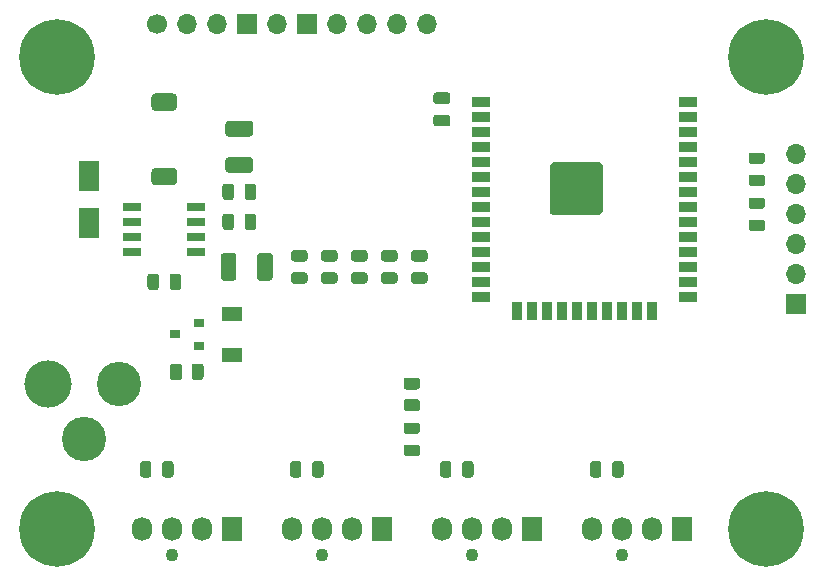
<source format=gbr>
%TF.GenerationSoftware,KiCad,Pcbnew,(5.1.9)-1*%
%TF.CreationDate,2021-11-10T22:47:00+01:00*%
%TF.ProjectId,ESP32_Tasmota_Fan,45535033-325f-4546-9173-6d6f74615f46,rev?*%
%TF.SameCoordinates,Original*%
%TF.FileFunction,Soldermask,Top*%
%TF.FilePolarity,Negative*%
%FSLAX46Y46*%
G04 Gerber Fmt 4.6, Leading zero omitted, Abs format (unit mm)*
G04 Created by KiCad (PCBNEW (5.1.9)-1) date 2021-11-10 22:47:00*
%MOMM*%
%LPD*%
G01*
G04 APERTURE LIST*
%ADD10C,0.100000*%
%ADD11R,1.050000X1.050000*%
%ADD12R,1.500000X0.900000*%
%ADD13R,0.900000X1.500000*%
%ADD14R,0.900000X0.800000*%
%ADD15R,1.700000X1.300000*%
%ADD16O,1.700000X1.700000*%
%ADD17R,1.700000X1.700000*%
%ADD18C,1.700000*%
%ADD19R,1.550000X0.700000*%
%ADD20R,1.800000X2.500000*%
%ADD21C,1.100000*%
%ADD22O,1.730000X2.030000*%
%ADD23R,1.730000X2.030000*%
%ADD24C,0.800000*%
%ADD25C,6.400000*%
%ADD26C,3.750000*%
%ADD27C,4.000000*%
G04 APERTURE END LIST*
D10*
G36*
X135509000Y-113064000D02*
G01*
X135509000Y-117001000D01*
X135255000Y-117255000D01*
X131318000Y-117255000D01*
X131064000Y-117128000D01*
X131064000Y-113064000D01*
X131318000Y-112810000D01*
X135255000Y-112810000D01*
X135509000Y-113064000D01*
G37*
X135509000Y-113064000D02*
X135509000Y-117001000D01*
X135255000Y-117255000D01*
X131318000Y-117255000D01*
X131064000Y-117128000D01*
X131064000Y-113064000D01*
X131318000Y-112810000D01*
X135255000Y-112810000D01*
X135509000Y-113064000D01*
D11*
%TO.C,U1*%
X131780000Y-113520000D03*
X133305000Y-113520000D03*
X134830000Y-113520000D03*
X134830000Y-116570000D03*
X133305000Y-116570000D03*
X131780000Y-116570000D03*
X131780000Y-115045000D03*
X134830000Y-115045000D03*
X133305000Y-115045000D03*
D12*
X142735000Y-107705000D03*
X142735000Y-108975000D03*
X142735000Y-110245000D03*
X142735000Y-111515000D03*
X142735000Y-112785000D03*
X142735000Y-114055000D03*
X142735000Y-115325000D03*
X142735000Y-116595000D03*
X142735000Y-117865000D03*
X142735000Y-119135000D03*
X142735000Y-120405000D03*
X142735000Y-121675000D03*
X142735000Y-122945000D03*
X142735000Y-124215000D03*
D13*
X139695000Y-125465000D03*
X138425000Y-125465000D03*
X137155000Y-125465000D03*
X135885000Y-125465000D03*
X134615000Y-125465000D03*
X133345000Y-125465000D03*
X132075000Y-125465000D03*
X130805000Y-125465000D03*
X129535000Y-125465000D03*
X128265000Y-125465000D03*
D12*
X125235000Y-107705000D03*
X125235000Y-108975000D03*
X125235000Y-110245000D03*
X125235000Y-111515000D03*
X125235000Y-112785000D03*
X125235000Y-114055000D03*
X125235000Y-115325000D03*
X125235000Y-116595000D03*
X125235000Y-117865000D03*
X125235000Y-119135000D03*
X125235000Y-120405000D03*
X125235000Y-121675000D03*
X125235000Y-122945000D03*
X125235000Y-124215000D03*
%TD*%
%TO.C,L1*%
G36*
G01*
X99150000Y-108505000D02*
X97700000Y-108505000D01*
G75*
G02*
X97325000Y-108130000I0J375000D01*
G01*
X97325000Y-107380000D01*
G75*
G02*
X97700000Y-107005000I375000J0D01*
G01*
X99150000Y-107005000D01*
G75*
G02*
X99525000Y-107380000I0J-375000D01*
G01*
X99525000Y-108130000D01*
G75*
G02*
X99150000Y-108505000I-375000J0D01*
G01*
G37*
G36*
G01*
X99150000Y-114805000D02*
X97700000Y-114805000D01*
G75*
G02*
X97325000Y-114430000I0J375000D01*
G01*
X97325000Y-113680000D01*
G75*
G02*
X97700000Y-113305000I375000J0D01*
G01*
X99150000Y-113305000D01*
G75*
G02*
X99525000Y-113680000I0J-375000D01*
G01*
X99525000Y-114430000D01*
G75*
G02*
X99150000Y-114805000I-375000J0D01*
G01*
G37*
%TD*%
%TO.C,C5*%
G36*
G01*
X122395000Y-107915000D02*
X121445000Y-107915000D01*
G75*
G02*
X121195000Y-107665000I0J250000D01*
G01*
X121195000Y-107165000D01*
G75*
G02*
X121445000Y-106915000I250000J0D01*
G01*
X122395000Y-106915000D01*
G75*
G02*
X122645000Y-107165000I0J-250000D01*
G01*
X122645000Y-107665000D01*
G75*
G02*
X122395000Y-107915000I-250000J0D01*
G01*
G37*
G36*
G01*
X122395000Y-109815000D02*
X121445000Y-109815000D01*
G75*
G02*
X121195000Y-109565000I0J250000D01*
G01*
X121195000Y-109065000D01*
G75*
G02*
X121445000Y-108815000I250000J0D01*
G01*
X122395000Y-108815000D01*
G75*
G02*
X122645000Y-109065000I0J-250000D01*
G01*
X122645000Y-109565000D01*
G75*
G02*
X122395000Y-109815000I-250000J0D01*
G01*
G37*
%TD*%
%TO.C,C4*%
G36*
G01*
X105700001Y-110665000D02*
X103849999Y-110665000D01*
G75*
G02*
X103600000Y-110415001I0J249999D01*
G01*
X103600000Y-109589999D01*
G75*
G02*
X103849999Y-109340000I249999J0D01*
G01*
X105700001Y-109340000D01*
G75*
G02*
X105950000Y-109589999I0J-249999D01*
G01*
X105950000Y-110415001D01*
G75*
G02*
X105700001Y-110665000I-249999J0D01*
G01*
G37*
G36*
G01*
X105700001Y-113740000D02*
X103849999Y-113740000D01*
G75*
G02*
X103600000Y-113490001I0J249999D01*
G01*
X103600000Y-112664999D01*
G75*
G02*
X103849999Y-112415000I249999J0D01*
G01*
X105700001Y-112415000D01*
G75*
G02*
X105950000Y-112664999I0J-249999D01*
G01*
X105950000Y-113490001D01*
G75*
G02*
X105700001Y-113740000I-249999J0D01*
G01*
G37*
%TD*%
%TO.C,C2*%
G36*
G01*
X106285000Y-122625001D02*
X106285000Y-120774999D01*
G75*
G02*
X106534999Y-120525000I249999J0D01*
G01*
X107360001Y-120525000D01*
G75*
G02*
X107610000Y-120774999I0J-249999D01*
G01*
X107610000Y-122625001D01*
G75*
G02*
X107360001Y-122875000I-249999J0D01*
G01*
X106534999Y-122875000D01*
G75*
G02*
X106285000Y-122625001I0J249999D01*
G01*
G37*
G36*
G01*
X103210000Y-122625001D02*
X103210000Y-120774999D01*
G75*
G02*
X103459999Y-120525000I249999J0D01*
G01*
X104285001Y-120525000D01*
G75*
G02*
X104535000Y-120774999I0J-249999D01*
G01*
X104535000Y-122625001D01*
G75*
G02*
X104285001Y-122875000I-249999J0D01*
G01*
X103459999Y-122875000D01*
G75*
G02*
X103210000Y-122625001I0J249999D01*
G01*
G37*
%TD*%
%TO.C,R5*%
G36*
G01*
X109398750Y-122150000D02*
X110311250Y-122150000D01*
G75*
G02*
X110555000Y-122393750I0J-243750D01*
G01*
X110555000Y-122881250D01*
G75*
G02*
X110311250Y-123125000I-243750J0D01*
G01*
X109398750Y-123125000D01*
G75*
G02*
X109155000Y-122881250I0J243750D01*
G01*
X109155000Y-122393750D01*
G75*
G02*
X109398750Y-122150000I243750J0D01*
G01*
G37*
G36*
G01*
X109398750Y-120275000D02*
X110311250Y-120275000D01*
G75*
G02*
X110555000Y-120518750I0J-243750D01*
G01*
X110555000Y-121006250D01*
G75*
G02*
X110311250Y-121250000I-243750J0D01*
G01*
X109398750Y-121250000D01*
G75*
G02*
X109155000Y-121006250I0J243750D01*
G01*
X109155000Y-120518750D01*
G75*
G02*
X109398750Y-120275000I243750J0D01*
G01*
G37*
%TD*%
%TO.C,R12*%
G36*
G01*
X99930000Y-130139999D02*
X99930000Y-131040001D01*
G75*
G02*
X99680001Y-131290000I-249999J0D01*
G01*
X99154999Y-131290000D01*
G75*
G02*
X98905000Y-131040001I0J249999D01*
G01*
X98905000Y-130139999D01*
G75*
G02*
X99154999Y-129890000I249999J0D01*
G01*
X99680001Y-129890000D01*
G75*
G02*
X99930000Y-130139999I0J-249999D01*
G01*
G37*
G36*
G01*
X101755000Y-130139999D02*
X101755000Y-131040001D01*
G75*
G02*
X101505001Y-131290000I-249999J0D01*
G01*
X100979999Y-131290000D01*
G75*
G02*
X100730000Y-131040001I0J249999D01*
G01*
X100730000Y-130139999D01*
G75*
G02*
X100979999Y-129890000I249999J0D01*
G01*
X101505001Y-129890000D01*
G75*
G02*
X101755000Y-130139999I0J-249999D01*
G01*
G37*
%TD*%
D14*
%TO.C,Q1*%
X99330000Y-127415000D03*
X101330000Y-126465000D03*
X101330000Y-128365000D03*
%TD*%
D15*
%TO.C,D3*%
X104140000Y-129165000D03*
X104140000Y-125665000D03*
%TD*%
D16*
%TO.C,J3*%
X120650000Y-101110000D03*
X118110000Y-101110000D03*
X115570000Y-101110000D03*
X113030000Y-101110000D03*
D17*
X110490000Y-101110000D03*
D16*
X107950000Y-101110000D03*
D17*
X105410000Y-101110000D03*
D16*
X102870000Y-101110000D03*
X100330000Y-101110000D03*
D18*
X97790000Y-101110000D03*
%TD*%
%TO.C,D1*%
G36*
G01*
X119836250Y-135855000D02*
X118923750Y-135855000D01*
G75*
G02*
X118680000Y-135611250I0J243750D01*
G01*
X118680000Y-135123750D01*
G75*
G02*
X118923750Y-134880000I243750J0D01*
G01*
X119836250Y-134880000D01*
G75*
G02*
X120080000Y-135123750I0J-243750D01*
G01*
X120080000Y-135611250D01*
G75*
G02*
X119836250Y-135855000I-243750J0D01*
G01*
G37*
G36*
G01*
X119836250Y-137730000D02*
X118923750Y-137730000D01*
G75*
G02*
X118680000Y-137486250I0J243750D01*
G01*
X118680000Y-136998750D01*
G75*
G02*
X118923750Y-136755000I243750J0D01*
G01*
X119836250Y-136755000D01*
G75*
G02*
X120080000Y-136998750I0J-243750D01*
G01*
X120080000Y-137486250D01*
G75*
G02*
X119836250Y-137730000I-243750J0D01*
G01*
G37*
%TD*%
D19*
%TO.C,IC1*%
X95700000Y-120430000D03*
X95700000Y-119160000D03*
X95700000Y-117890000D03*
X95700000Y-116620000D03*
X101150000Y-116620000D03*
X101150000Y-117890000D03*
X101150000Y-119160000D03*
X101150000Y-120430000D03*
%TD*%
%TO.C,R21*%
G36*
G01*
X105225000Y-118346250D02*
X105225000Y-117433750D01*
G75*
G02*
X105468750Y-117190000I243750J0D01*
G01*
X105956250Y-117190000D01*
G75*
G02*
X106200000Y-117433750I0J-243750D01*
G01*
X106200000Y-118346250D01*
G75*
G02*
X105956250Y-118590000I-243750J0D01*
G01*
X105468750Y-118590000D01*
G75*
G02*
X105225000Y-118346250I0J243750D01*
G01*
G37*
G36*
G01*
X103350000Y-118346250D02*
X103350000Y-117433750D01*
G75*
G02*
X103593750Y-117190000I243750J0D01*
G01*
X104081250Y-117190000D01*
G75*
G02*
X104325000Y-117433750I0J-243750D01*
G01*
X104325000Y-118346250D01*
G75*
G02*
X104081250Y-118590000I-243750J0D01*
G01*
X103593750Y-118590000D01*
G75*
G02*
X103350000Y-118346250I0J243750D01*
G01*
G37*
%TD*%
%TO.C,R20*%
G36*
G01*
X105225000Y-115806250D02*
X105225000Y-114893750D01*
G75*
G02*
X105468750Y-114650000I243750J0D01*
G01*
X105956250Y-114650000D01*
G75*
G02*
X106200000Y-114893750I0J-243750D01*
G01*
X106200000Y-115806250D01*
G75*
G02*
X105956250Y-116050000I-243750J0D01*
G01*
X105468750Y-116050000D01*
G75*
G02*
X105225000Y-115806250I0J243750D01*
G01*
G37*
G36*
G01*
X103350000Y-115806250D02*
X103350000Y-114893750D01*
G75*
G02*
X103593750Y-114650000I243750J0D01*
G01*
X104081250Y-114650000D01*
G75*
G02*
X104325000Y-114893750I0J-243750D01*
G01*
X104325000Y-115806250D01*
G75*
G02*
X104081250Y-116050000I-243750J0D01*
G01*
X103593750Y-116050000D01*
G75*
G02*
X103350000Y-115806250I0J243750D01*
G01*
G37*
%TD*%
D20*
%TO.C,D2*%
X92075000Y-117985000D03*
X92075000Y-113985000D03*
%TD*%
%TO.C,C3*%
G36*
G01*
X97975000Y-122513750D02*
X97975000Y-123426250D01*
G75*
G02*
X97731250Y-123670000I-243750J0D01*
G01*
X97243750Y-123670000D01*
G75*
G02*
X97000000Y-123426250I0J243750D01*
G01*
X97000000Y-122513750D01*
G75*
G02*
X97243750Y-122270000I243750J0D01*
G01*
X97731250Y-122270000D01*
G75*
G02*
X97975000Y-122513750I0J-243750D01*
G01*
G37*
G36*
G01*
X99850000Y-122513750D02*
X99850000Y-123426250D01*
G75*
G02*
X99606250Y-123670000I-243750J0D01*
G01*
X99118750Y-123670000D01*
G75*
G02*
X98875000Y-123426250I0J243750D01*
G01*
X98875000Y-122513750D01*
G75*
G02*
X99118750Y-122270000I243750J0D01*
G01*
X99606250Y-122270000D01*
G75*
G02*
X99850000Y-122513750I0J-243750D01*
G01*
G37*
%TD*%
%TO.C,R11*%
G36*
G01*
X117018750Y-122150000D02*
X117931250Y-122150000D01*
G75*
G02*
X118175000Y-122393750I0J-243750D01*
G01*
X118175000Y-122881250D01*
G75*
G02*
X117931250Y-123125000I-243750J0D01*
G01*
X117018750Y-123125000D01*
G75*
G02*
X116775000Y-122881250I0J243750D01*
G01*
X116775000Y-122393750D01*
G75*
G02*
X117018750Y-122150000I243750J0D01*
G01*
G37*
G36*
G01*
X117018750Y-120275000D02*
X117931250Y-120275000D01*
G75*
G02*
X118175000Y-120518750I0J-243750D01*
G01*
X118175000Y-121006250D01*
G75*
G02*
X117931250Y-121250000I-243750J0D01*
G01*
X117018750Y-121250000D01*
G75*
G02*
X116775000Y-121006250I0J243750D01*
G01*
X116775000Y-120518750D01*
G75*
G02*
X117018750Y-120275000I243750J0D01*
G01*
G37*
%TD*%
%TO.C,R10*%
G36*
G01*
X135440000Y-138388750D02*
X135440000Y-139301250D01*
G75*
G02*
X135196250Y-139545000I-243750J0D01*
G01*
X134708750Y-139545000D01*
G75*
G02*
X134465000Y-139301250I0J243750D01*
G01*
X134465000Y-138388750D01*
G75*
G02*
X134708750Y-138145000I243750J0D01*
G01*
X135196250Y-138145000D01*
G75*
G02*
X135440000Y-138388750I0J-243750D01*
G01*
G37*
G36*
G01*
X137315000Y-138388750D02*
X137315000Y-139301250D01*
G75*
G02*
X137071250Y-139545000I-243750J0D01*
G01*
X136583750Y-139545000D01*
G75*
G02*
X136340000Y-139301250I0J243750D01*
G01*
X136340000Y-138388750D01*
G75*
G02*
X136583750Y-138145000I243750J0D01*
G01*
X137071250Y-138145000D01*
G75*
G02*
X137315000Y-138388750I0J-243750D01*
G01*
G37*
%TD*%
%TO.C,R9*%
G36*
G01*
X114478750Y-122150000D02*
X115391250Y-122150000D01*
G75*
G02*
X115635000Y-122393750I0J-243750D01*
G01*
X115635000Y-122881250D01*
G75*
G02*
X115391250Y-123125000I-243750J0D01*
G01*
X114478750Y-123125000D01*
G75*
G02*
X114235000Y-122881250I0J243750D01*
G01*
X114235000Y-122393750D01*
G75*
G02*
X114478750Y-122150000I243750J0D01*
G01*
G37*
G36*
G01*
X114478750Y-120275000D02*
X115391250Y-120275000D01*
G75*
G02*
X115635000Y-120518750I0J-243750D01*
G01*
X115635000Y-121006250D01*
G75*
G02*
X115391250Y-121250000I-243750J0D01*
G01*
X114478750Y-121250000D01*
G75*
G02*
X114235000Y-121006250I0J243750D01*
G01*
X114235000Y-120518750D01*
G75*
G02*
X114478750Y-120275000I243750J0D01*
G01*
G37*
%TD*%
%TO.C,R8*%
G36*
G01*
X122740000Y-138388750D02*
X122740000Y-139301250D01*
G75*
G02*
X122496250Y-139545000I-243750J0D01*
G01*
X122008750Y-139545000D01*
G75*
G02*
X121765000Y-139301250I0J243750D01*
G01*
X121765000Y-138388750D01*
G75*
G02*
X122008750Y-138145000I243750J0D01*
G01*
X122496250Y-138145000D01*
G75*
G02*
X122740000Y-138388750I0J-243750D01*
G01*
G37*
G36*
G01*
X124615000Y-138388750D02*
X124615000Y-139301250D01*
G75*
G02*
X124371250Y-139545000I-243750J0D01*
G01*
X123883750Y-139545000D01*
G75*
G02*
X123640000Y-139301250I0J243750D01*
G01*
X123640000Y-138388750D01*
G75*
G02*
X123883750Y-138145000I243750J0D01*
G01*
X124371250Y-138145000D01*
G75*
G02*
X124615000Y-138388750I0J-243750D01*
G01*
G37*
%TD*%
D21*
%TO.C,FAN4*%
X137160000Y-146085000D03*
D22*
X134620000Y-143925000D03*
X137160000Y-143925000D03*
X139700000Y-143925000D03*
D23*
X142240000Y-143925000D03*
%TD*%
D21*
%TO.C,FAN3*%
X124460000Y-146085000D03*
D22*
X121920000Y-143925000D03*
X124460000Y-143925000D03*
X127000000Y-143925000D03*
D23*
X129540000Y-143925000D03*
%TD*%
D21*
%TO.C,FAN2*%
X111760000Y-146085000D03*
D22*
X109220000Y-143925000D03*
X111760000Y-143925000D03*
X114300000Y-143925000D03*
D23*
X116840000Y-143925000D03*
%TD*%
%TO.C,R7*%
G36*
G01*
X148133750Y-113895000D02*
X149046250Y-113895000D01*
G75*
G02*
X149290000Y-114138750I0J-243750D01*
G01*
X149290000Y-114626250D01*
G75*
G02*
X149046250Y-114870000I-243750J0D01*
G01*
X148133750Y-114870000D01*
G75*
G02*
X147890000Y-114626250I0J243750D01*
G01*
X147890000Y-114138750D01*
G75*
G02*
X148133750Y-113895000I243750J0D01*
G01*
G37*
G36*
G01*
X148133750Y-112020000D02*
X149046250Y-112020000D01*
G75*
G02*
X149290000Y-112263750I0J-243750D01*
G01*
X149290000Y-112751250D01*
G75*
G02*
X149046250Y-112995000I-243750J0D01*
G01*
X148133750Y-112995000D01*
G75*
G02*
X147890000Y-112751250I0J243750D01*
G01*
X147890000Y-112263750D01*
G75*
G02*
X148133750Y-112020000I243750J0D01*
G01*
G37*
%TD*%
%TO.C,R6*%
G36*
G01*
X111938750Y-122150000D02*
X112851250Y-122150000D01*
G75*
G02*
X113095000Y-122393750I0J-243750D01*
G01*
X113095000Y-122881250D01*
G75*
G02*
X112851250Y-123125000I-243750J0D01*
G01*
X111938750Y-123125000D01*
G75*
G02*
X111695000Y-122881250I0J243750D01*
G01*
X111695000Y-122393750D01*
G75*
G02*
X111938750Y-122150000I243750J0D01*
G01*
G37*
G36*
G01*
X111938750Y-120275000D02*
X112851250Y-120275000D01*
G75*
G02*
X113095000Y-120518750I0J-243750D01*
G01*
X113095000Y-121006250D01*
G75*
G02*
X112851250Y-121250000I-243750J0D01*
G01*
X111938750Y-121250000D01*
G75*
G02*
X111695000Y-121006250I0J243750D01*
G01*
X111695000Y-120518750D01*
G75*
G02*
X111938750Y-120275000I243750J0D01*
G01*
G37*
%TD*%
%TO.C,R4*%
G36*
G01*
X97340000Y-138388750D02*
X97340000Y-139301250D01*
G75*
G02*
X97096250Y-139545000I-243750J0D01*
G01*
X96608750Y-139545000D01*
G75*
G02*
X96365000Y-139301250I0J243750D01*
G01*
X96365000Y-138388750D01*
G75*
G02*
X96608750Y-138145000I243750J0D01*
G01*
X97096250Y-138145000D01*
G75*
G02*
X97340000Y-138388750I0J-243750D01*
G01*
G37*
G36*
G01*
X99215000Y-138388750D02*
X99215000Y-139301250D01*
G75*
G02*
X98971250Y-139545000I-243750J0D01*
G01*
X98483750Y-139545000D01*
G75*
G02*
X98240000Y-139301250I0J243750D01*
G01*
X98240000Y-138388750D01*
G75*
G02*
X98483750Y-138145000I243750J0D01*
G01*
X98971250Y-138145000D01*
G75*
G02*
X99215000Y-138388750I0J-243750D01*
G01*
G37*
%TD*%
%TO.C,R3*%
G36*
G01*
X110040000Y-138388750D02*
X110040000Y-139301250D01*
G75*
G02*
X109796250Y-139545000I-243750J0D01*
G01*
X109308750Y-139545000D01*
G75*
G02*
X109065000Y-139301250I0J243750D01*
G01*
X109065000Y-138388750D01*
G75*
G02*
X109308750Y-138145000I243750J0D01*
G01*
X109796250Y-138145000D01*
G75*
G02*
X110040000Y-138388750I0J-243750D01*
G01*
G37*
G36*
G01*
X111915000Y-138388750D02*
X111915000Y-139301250D01*
G75*
G02*
X111671250Y-139545000I-243750J0D01*
G01*
X111183750Y-139545000D01*
G75*
G02*
X110940000Y-139301250I0J243750D01*
G01*
X110940000Y-138388750D01*
G75*
G02*
X111183750Y-138145000I243750J0D01*
G01*
X111671250Y-138145000D01*
G75*
G02*
X111915000Y-138388750I0J-243750D01*
G01*
G37*
%TD*%
%TO.C,R1*%
G36*
G01*
X119558750Y-122150000D02*
X120471250Y-122150000D01*
G75*
G02*
X120715000Y-122393750I0J-243750D01*
G01*
X120715000Y-122881250D01*
G75*
G02*
X120471250Y-123125000I-243750J0D01*
G01*
X119558750Y-123125000D01*
G75*
G02*
X119315000Y-122881250I0J243750D01*
G01*
X119315000Y-122393750D01*
G75*
G02*
X119558750Y-122150000I243750J0D01*
G01*
G37*
G36*
G01*
X119558750Y-120275000D02*
X120471250Y-120275000D01*
G75*
G02*
X120715000Y-120518750I0J-243750D01*
G01*
X120715000Y-121006250D01*
G75*
G02*
X120471250Y-121250000I-243750J0D01*
G01*
X119558750Y-121250000D01*
G75*
G02*
X119315000Y-121006250I0J243750D01*
G01*
X119315000Y-120518750D01*
G75*
G02*
X119558750Y-120275000I243750J0D01*
G01*
G37*
%TD*%
D16*
%TO.C,J2*%
X151880000Y-112175000D03*
X151880000Y-114715000D03*
X151880000Y-117255000D03*
X151880000Y-119795000D03*
X151880000Y-122335000D03*
D17*
X151880000Y-124875000D03*
%TD*%
D21*
%TO.C,FAN1*%
X99060000Y-146085000D03*
D22*
X96520000Y-143925000D03*
X99060000Y-143925000D03*
X101600000Y-143925000D03*
D23*
X104140000Y-143925000D03*
%TD*%
%TO.C,C1*%
G36*
G01*
X148133750Y-117705000D02*
X149046250Y-117705000D01*
G75*
G02*
X149290000Y-117948750I0J-243750D01*
G01*
X149290000Y-118436250D01*
G75*
G02*
X149046250Y-118680000I-243750J0D01*
G01*
X148133750Y-118680000D01*
G75*
G02*
X147890000Y-118436250I0J243750D01*
G01*
X147890000Y-117948750D01*
G75*
G02*
X148133750Y-117705000I243750J0D01*
G01*
G37*
G36*
G01*
X148133750Y-115830000D02*
X149046250Y-115830000D01*
G75*
G02*
X149290000Y-116073750I0J-243750D01*
G01*
X149290000Y-116561250D01*
G75*
G02*
X149046250Y-116805000I-243750J0D01*
G01*
X148133750Y-116805000D01*
G75*
G02*
X147890000Y-116561250I0J243750D01*
G01*
X147890000Y-116073750D01*
G75*
G02*
X148133750Y-115830000I243750J0D01*
G01*
G37*
%TD*%
D24*
%TO.C,H4*%
X91077056Y-142227944D03*
X89380000Y-141525000D03*
X87682944Y-142227944D03*
X86980000Y-143925000D03*
X87682944Y-145622056D03*
X89380000Y-146325000D03*
X91077056Y-145622056D03*
X91780000Y-143925000D03*
D25*
X89380000Y-143925000D03*
%TD*%
D24*
%TO.C,H3*%
X151077056Y-142227944D03*
X149380000Y-141525000D03*
X147682944Y-142227944D03*
X146980000Y-143925000D03*
X147682944Y-145622056D03*
X149380000Y-146325000D03*
X151077056Y-145622056D03*
X151780000Y-143925000D03*
D25*
X149380000Y-143925000D03*
%TD*%
D24*
%TO.C,H2*%
X151077056Y-102227944D03*
X149380000Y-101525000D03*
X147682944Y-102227944D03*
X146980000Y-103925000D03*
X147682944Y-105622056D03*
X149380000Y-106325000D03*
X151077056Y-105622056D03*
X151780000Y-103925000D03*
D25*
X149380000Y-103925000D03*
%TD*%
D24*
%TO.C,H1*%
X91077056Y-102227944D03*
X89380000Y-101525000D03*
X87682944Y-102227944D03*
X86980000Y-103925000D03*
X87682944Y-105622056D03*
X89380000Y-106325000D03*
X91077056Y-105622056D03*
X91780000Y-103925000D03*
D25*
X89380000Y-103925000D03*
%TD*%
D26*
%TO.C,J1*%
X91615000Y-136290000D03*
D27*
X88615000Y-131590000D03*
D26*
X94615000Y-131590000D03*
%TD*%
%TO.C,R2*%
G36*
G01*
X118929998Y-132895000D02*
X119830002Y-132895000D01*
G75*
G02*
X120080000Y-133144998I0J-249998D01*
G01*
X120080000Y-133670002D01*
G75*
G02*
X119830002Y-133920000I-249998J0D01*
G01*
X118929998Y-133920000D01*
G75*
G02*
X118680000Y-133670002I0J249998D01*
G01*
X118680000Y-133144998D01*
G75*
G02*
X118929998Y-132895000I249998J0D01*
G01*
G37*
G36*
G01*
X118929998Y-131070000D02*
X119830002Y-131070000D01*
G75*
G02*
X120080000Y-131319998I0J-249998D01*
G01*
X120080000Y-131845002D01*
G75*
G02*
X119830002Y-132095000I-249998J0D01*
G01*
X118929998Y-132095000D01*
G75*
G02*
X118680000Y-131845002I0J249998D01*
G01*
X118680000Y-131319998D01*
G75*
G02*
X118929998Y-131070000I249998J0D01*
G01*
G37*
%TD*%
M02*

</source>
